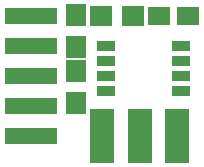
<source format=gts>
G04 #@! TF.FileFunction,Soldermask,Top*
%FSLAX46Y46*%
G04 Gerber Fmt 4.6, Leading zero omitted, Abs format (unit mm)*
G04 Created by KiCad (PCBNEW 0.201508170901+6097~28~ubuntu14.04.1-product) date So 05 Jun 2016 18:44:43 CEST*
%MOMM*%
G01*
G04 APERTURE LIST*
%ADD10C,0.100000*%
%ADD11R,1.543000X0.908000*%
%ADD12R,1.900000X1.650000*%
%ADD13R,2.000200X1.568400*%
%ADD14R,1.700000X1.900000*%
%ADD15R,1.900000X1.700000*%
%ADD16R,4.400000X1.400000*%
G04 APERTURE END LIST*
D10*
D11*
X15100000Y-4680000D03*
X15100000Y-5950000D03*
X15100000Y-7220000D03*
X15100000Y-8490000D03*
X8750000Y-8490000D03*
X8750000Y-7220000D03*
X8750000Y-5950000D03*
X8750000Y-4680000D03*
D12*
X15715000Y-2140000D03*
X13215000Y-2140000D03*
D13*
X14782500Y-13824000D03*
X14782500Y-12300000D03*
X14782500Y-10776000D03*
X11607500Y-13824000D03*
X11607500Y-12300000D03*
X11607500Y-10776000D03*
X8432500Y-13824000D03*
X8432500Y-12300000D03*
X8432500Y-10776000D03*
D14*
X6210000Y-9522500D03*
X6210000Y-6822500D03*
X6210000Y-2060000D03*
X6210000Y-4760000D03*
D15*
X8352500Y-2140000D03*
X11052500Y-2140000D03*
D16*
X2400000Y-12300000D03*
X2400000Y-9760000D03*
X2400000Y-7220000D03*
X2400000Y-4680000D03*
X2400000Y-2140000D03*
M02*

</source>
